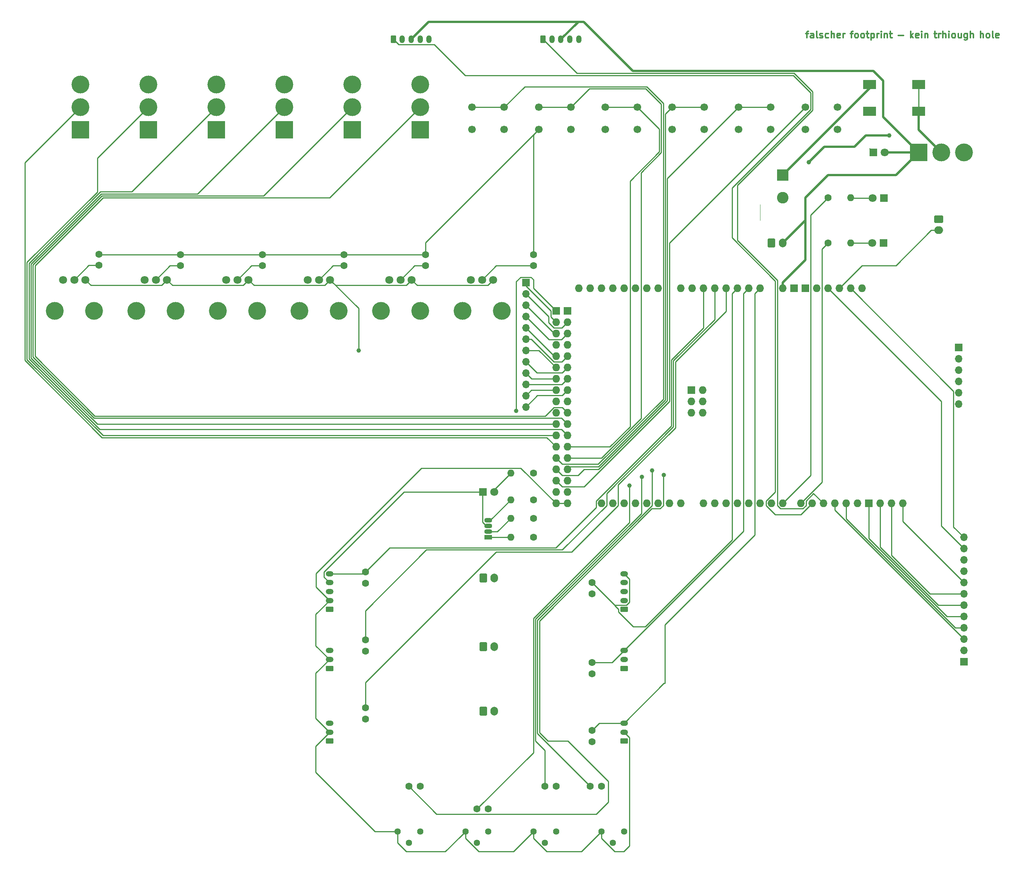
<source format=gbr>
%TF.GenerationSoftware,KiCad,Pcbnew,(7.0.0-0)*%
%TF.CreationDate,2024-03-29T02:07:55+01:00*%
%TF.ProjectId,universalRobotTx,756e6976-6572-4736-916c-526f626f7454,rev?*%
%TF.SameCoordinates,Original*%
%TF.FileFunction,Copper,L1,Top*%
%TF.FilePolarity,Positive*%
%FSLAX46Y46*%
G04 Gerber Fmt 4.6, Leading zero omitted, Abs format (unit mm)*
G04 Created by KiCad (PCBNEW (7.0.0-0)) date 2024-03-29 02:07:55*
%MOMM*%
%LPD*%
G01*
G04 APERTURE LIST*
G04 Aperture macros list*
%AMRoundRect*
0 Rectangle with rounded corners*
0 $1 Rounding radius*
0 $2 $3 $4 $5 $6 $7 $8 $9 X,Y pos of 4 corners*
0 Add a 4 corners polygon primitive as box body*
4,1,4,$2,$3,$4,$5,$6,$7,$8,$9,$2,$3,0*
0 Add four circle primitives for the rounded corners*
1,1,$1+$1,$2,$3*
1,1,$1+$1,$4,$5*
1,1,$1+$1,$6,$7*
1,1,$1+$1,$8,$9*
0 Add four rect primitives between the rounded corners*
20,1,$1+$1,$2,$3,$4,$5,0*
20,1,$1+$1,$4,$5,$6,$7,0*
20,1,$1+$1,$6,$7,$8,$9,0*
20,1,$1+$1,$8,$9,$2,$3,0*%
G04 Aperture macros list end*
%ADD10C,0.300000*%
%TA.AperFunction,NonConductor*%
%ADD11C,0.300000*%
%TD*%
%TA.AperFunction,ComponentPad*%
%ADD12R,1.700000X1.700000*%
%TD*%
%TA.AperFunction,ComponentPad*%
%ADD13O,1.700000X1.700000*%
%TD*%
%TA.AperFunction,ComponentPad*%
%ADD14O,1.727200X1.727200*%
%TD*%
%TA.AperFunction,ComponentPad*%
%ADD15R,1.727200X1.727200*%
%TD*%
%TA.AperFunction,ComponentPad*%
%ADD16R,4.000000X4.000000*%
%TD*%
%TA.AperFunction,ComponentPad*%
%ADD17C,4.000000*%
%TD*%
%TA.AperFunction,ComponentPad*%
%ADD18RoundRect,0.250000X-0.600000X-0.750000X0.600000X-0.750000X0.600000X0.750000X-0.600000X0.750000X0*%
%TD*%
%TA.AperFunction,ComponentPad*%
%ADD19O,1.700000X2.000000*%
%TD*%
%TA.AperFunction,ComponentPad*%
%ADD20RoundRect,0.250000X-0.750000X0.600000X-0.750000X-0.600000X0.750000X-0.600000X0.750000X0.600000X0*%
%TD*%
%TA.AperFunction,ComponentPad*%
%ADD21O,2.000000X1.700000*%
%TD*%
%TA.AperFunction,ComponentPad*%
%ADD22C,1.600000*%
%TD*%
%TA.AperFunction,ComponentPad*%
%ADD23O,1.600000X1.600000*%
%TD*%
%TA.AperFunction,ComponentPad*%
%ADD24R,2.600000X2.600000*%
%TD*%
%TA.AperFunction,ComponentPad*%
%ADD25C,2.600000*%
%TD*%
%TA.AperFunction,ComponentPad*%
%ADD26C,1.440000*%
%TD*%
%TA.AperFunction,WasherPad*%
%ADD27C,4.000000*%
%TD*%
%TA.AperFunction,ComponentPad*%
%ADD28C,1.800000*%
%TD*%
%TA.AperFunction,ComponentPad*%
%ADD29C,1.700000*%
%TD*%
%TA.AperFunction,ComponentPad*%
%ADD30R,1.800000X1.800000*%
%TD*%
%TA.AperFunction,ComponentPad*%
%ADD31R,1.800000X1.070000*%
%TD*%
%TA.AperFunction,ComponentPad*%
%ADD32O,1.800000X1.070000*%
%TD*%
%TA.AperFunction,ComponentPad*%
%ADD33O,1.750000X1.200000*%
%TD*%
%TA.AperFunction,ComponentPad*%
%ADD34RoundRect,0.250000X0.625000X-0.350000X0.625000X0.350000X-0.625000X0.350000X-0.625000X-0.350000X0*%
%TD*%
%TA.AperFunction,SMDPad,CuDef*%
%ADD35R,3.000000X2.000000*%
%TD*%
%TA.AperFunction,ComponentPad*%
%ADD36O,1.200000X1.750000*%
%TD*%
%TA.AperFunction,ComponentPad*%
%ADD37RoundRect,0.250000X-0.350000X-0.625000X0.350000X-0.625000X0.350000X0.625000X-0.350000X0.625000X0*%
%TD*%
%TA.AperFunction,ViaPad*%
%ADD38C,1.000000*%
%TD*%
%TA.AperFunction,Conductor*%
%ADD39C,0.250000*%
%TD*%
%TA.AperFunction,Conductor*%
%ADD40C,0.500000*%
%TD*%
%TA.AperFunction,Conductor*%
%ADD41C,0.000000*%
%TD*%
G04 APERTURE END LIST*
D10*
D11*
X-55737142Y6406428D02*
X-55165714Y6406428D01*
X-55522857Y5406428D02*
X-55522857Y6692142D01*
X-55522857Y6692142D02*
X-55451428Y6835000D01*
X-55451428Y6835000D02*
X-55308571Y6906428D01*
X-55308571Y6906428D02*
X-55165714Y6906428D01*
X-54022857Y5406428D02*
X-54022857Y6192142D01*
X-54022857Y6192142D02*
X-54094285Y6335000D01*
X-54094285Y6335000D02*
X-54237142Y6406428D01*
X-54237142Y6406428D02*
X-54522857Y6406428D01*
X-54522857Y6406428D02*
X-54665714Y6335000D01*
X-54022857Y5477857D02*
X-54165714Y5406428D01*
X-54165714Y5406428D02*
X-54522857Y5406428D01*
X-54522857Y5406428D02*
X-54665714Y5477857D01*
X-54665714Y5477857D02*
X-54737142Y5620714D01*
X-54737142Y5620714D02*
X-54737142Y5763571D01*
X-54737142Y5763571D02*
X-54665714Y5906428D01*
X-54665714Y5906428D02*
X-54522857Y5977857D01*
X-54522857Y5977857D02*
X-54165714Y5977857D01*
X-54165714Y5977857D02*
X-54022857Y6049285D01*
X-53094285Y5406428D02*
X-53237142Y5477857D01*
X-53237142Y5477857D02*
X-53308571Y5620714D01*
X-53308571Y5620714D02*
X-53308571Y6906428D01*
X-52594285Y5477857D02*
X-52451428Y5406428D01*
X-52451428Y5406428D02*
X-52165714Y5406428D01*
X-52165714Y5406428D02*
X-52022857Y5477857D01*
X-52022857Y5477857D02*
X-51951428Y5620714D01*
X-51951428Y5620714D02*
X-51951428Y5692142D01*
X-51951428Y5692142D02*
X-52022857Y5835000D01*
X-52022857Y5835000D02*
X-52165714Y5906428D01*
X-52165714Y5906428D02*
X-52380000Y5906428D01*
X-52380000Y5906428D02*
X-52522857Y5977857D01*
X-52522857Y5977857D02*
X-52594285Y6120714D01*
X-52594285Y6120714D02*
X-52594285Y6192142D01*
X-52594285Y6192142D02*
X-52522857Y6335000D01*
X-52522857Y6335000D02*
X-52380000Y6406428D01*
X-52380000Y6406428D02*
X-52165714Y6406428D01*
X-52165714Y6406428D02*
X-52022857Y6335000D01*
X-50665714Y5477857D02*
X-50808571Y5406428D01*
X-50808571Y5406428D02*
X-51094285Y5406428D01*
X-51094285Y5406428D02*
X-51237142Y5477857D01*
X-51237142Y5477857D02*
X-51308571Y5549285D01*
X-51308571Y5549285D02*
X-51379999Y5692142D01*
X-51379999Y5692142D02*
X-51379999Y6120714D01*
X-51379999Y6120714D02*
X-51308571Y6263571D01*
X-51308571Y6263571D02*
X-51237142Y6335000D01*
X-51237142Y6335000D02*
X-51094285Y6406428D01*
X-51094285Y6406428D02*
X-50808571Y6406428D01*
X-50808571Y6406428D02*
X-50665714Y6335000D01*
X-50022857Y5406428D02*
X-50022857Y6906428D01*
X-49380000Y5406428D02*
X-49380000Y6192142D01*
X-49380000Y6192142D02*
X-49451428Y6335000D01*
X-49451428Y6335000D02*
X-49594285Y6406428D01*
X-49594285Y6406428D02*
X-49808571Y6406428D01*
X-49808571Y6406428D02*
X-49951428Y6335000D01*
X-49951428Y6335000D02*
X-50022857Y6263571D01*
X-48094285Y5477857D02*
X-48237142Y5406428D01*
X-48237142Y5406428D02*
X-48522857Y5406428D01*
X-48522857Y5406428D02*
X-48665714Y5477857D01*
X-48665714Y5477857D02*
X-48737142Y5620714D01*
X-48737142Y5620714D02*
X-48737142Y6192142D01*
X-48737142Y6192142D02*
X-48665714Y6335000D01*
X-48665714Y6335000D02*
X-48522857Y6406428D01*
X-48522857Y6406428D02*
X-48237142Y6406428D01*
X-48237142Y6406428D02*
X-48094285Y6335000D01*
X-48094285Y6335000D02*
X-48022857Y6192142D01*
X-48022857Y6192142D02*
X-48022857Y6049285D01*
X-48022857Y6049285D02*
X-48737142Y5906428D01*
X-47380000Y5406428D02*
X-47380000Y6406428D01*
X-47380000Y6120714D02*
X-47308571Y6263571D01*
X-47308571Y6263571D02*
X-47237143Y6335000D01*
X-47237143Y6335000D02*
X-47094285Y6406428D01*
X-47094285Y6406428D02*
X-46951428Y6406428D01*
X-45765714Y6406428D02*
X-45194286Y6406428D01*
X-45551429Y5406428D02*
X-45551429Y6692142D01*
X-45551429Y6692142D02*
X-45480000Y6835000D01*
X-45480000Y6835000D02*
X-45337143Y6906428D01*
X-45337143Y6906428D02*
X-45194286Y6906428D01*
X-44480000Y5406428D02*
X-44622857Y5477857D01*
X-44622857Y5477857D02*
X-44694286Y5549285D01*
X-44694286Y5549285D02*
X-44765714Y5692142D01*
X-44765714Y5692142D02*
X-44765714Y6120714D01*
X-44765714Y6120714D02*
X-44694286Y6263571D01*
X-44694286Y6263571D02*
X-44622857Y6335000D01*
X-44622857Y6335000D02*
X-44480000Y6406428D01*
X-44480000Y6406428D02*
X-44265714Y6406428D01*
X-44265714Y6406428D02*
X-44122857Y6335000D01*
X-44122857Y6335000D02*
X-44051429Y6263571D01*
X-44051429Y6263571D02*
X-43980000Y6120714D01*
X-43980000Y6120714D02*
X-43980000Y5692142D01*
X-43980000Y5692142D02*
X-44051429Y5549285D01*
X-44051429Y5549285D02*
X-44122857Y5477857D01*
X-44122857Y5477857D02*
X-44265714Y5406428D01*
X-44265714Y5406428D02*
X-44480000Y5406428D01*
X-43122857Y5406428D02*
X-43265714Y5477857D01*
X-43265714Y5477857D02*
X-43337143Y5549285D01*
X-43337143Y5549285D02*
X-43408571Y5692142D01*
X-43408571Y5692142D02*
X-43408571Y6120714D01*
X-43408571Y6120714D02*
X-43337143Y6263571D01*
X-43337143Y6263571D02*
X-43265714Y6335000D01*
X-43265714Y6335000D02*
X-43122857Y6406428D01*
X-43122857Y6406428D02*
X-42908571Y6406428D01*
X-42908571Y6406428D02*
X-42765714Y6335000D01*
X-42765714Y6335000D02*
X-42694286Y6263571D01*
X-42694286Y6263571D02*
X-42622857Y6120714D01*
X-42622857Y6120714D02*
X-42622857Y5692142D01*
X-42622857Y5692142D02*
X-42694286Y5549285D01*
X-42694286Y5549285D02*
X-42765714Y5477857D01*
X-42765714Y5477857D02*
X-42908571Y5406428D01*
X-42908571Y5406428D02*
X-43122857Y5406428D01*
X-42194285Y6406428D02*
X-41622857Y6406428D01*
X-41980000Y6906428D02*
X-41980000Y5620714D01*
X-41980000Y5620714D02*
X-41908571Y5477857D01*
X-41908571Y5477857D02*
X-41765714Y5406428D01*
X-41765714Y5406428D02*
X-41622857Y5406428D01*
X-41122857Y6406428D02*
X-41122857Y4906428D01*
X-41122857Y6335000D02*
X-40980000Y6406428D01*
X-40980000Y6406428D02*
X-40694285Y6406428D01*
X-40694285Y6406428D02*
X-40551428Y6335000D01*
X-40551428Y6335000D02*
X-40480000Y6263571D01*
X-40480000Y6263571D02*
X-40408571Y6120714D01*
X-40408571Y6120714D02*
X-40408571Y5692142D01*
X-40408571Y5692142D02*
X-40480000Y5549285D01*
X-40480000Y5549285D02*
X-40551428Y5477857D01*
X-40551428Y5477857D02*
X-40694285Y5406428D01*
X-40694285Y5406428D02*
X-40980000Y5406428D01*
X-40980000Y5406428D02*
X-41122857Y5477857D01*
X-39765714Y5406428D02*
X-39765714Y6406428D01*
X-39765714Y6120714D02*
X-39694285Y6263571D01*
X-39694285Y6263571D02*
X-39622857Y6335000D01*
X-39622857Y6335000D02*
X-39479999Y6406428D01*
X-39479999Y6406428D02*
X-39337142Y6406428D01*
X-38837143Y5406428D02*
X-38837143Y6406428D01*
X-38837143Y6906428D02*
X-38908571Y6835000D01*
X-38908571Y6835000D02*
X-38837143Y6763571D01*
X-38837143Y6763571D02*
X-38765714Y6835000D01*
X-38765714Y6835000D02*
X-38837143Y6906428D01*
X-38837143Y6906428D02*
X-38837143Y6763571D01*
X-38122857Y6406428D02*
X-38122857Y5406428D01*
X-38122857Y6263571D02*
X-38051428Y6335000D01*
X-38051428Y6335000D02*
X-37908571Y6406428D01*
X-37908571Y6406428D02*
X-37694285Y6406428D01*
X-37694285Y6406428D02*
X-37551428Y6335000D01*
X-37551428Y6335000D02*
X-37480000Y6192142D01*
X-37480000Y6192142D02*
X-37480000Y5406428D01*
X-36979999Y6406428D02*
X-36408571Y6406428D01*
X-36765714Y6906428D02*
X-36765714Y5620714D01*
X-36765714Y5620714D02*
X-36694285Y5477857D01*
X-36694285Y5477857D02*
X-36551428Y5406428D01*
X-36551428Y5406428D02*
X-36408571Y5406428D01*
X-35008571Y5977857D02*
X-33865714Y5977857D01*
X-32251428Y5406428D02*
X-32251428Y6906428D01*
X-32108571Y5977857D02*
X-31679999Y5406428D01*
X-31679999Y6406428D02*
X-32251428Y5835000D01*
X-30465713Y5477857D02*
X-30608570Y5406428D01*
X-30608570Y5406428D02*
X-30894285Y5406428D01*
X-30894285Y5406428D02*
X-31037142Y5477857D01*
X-31037142Y5477857D02*
X-31108570Y5620714D01*
X-31108570Y5620714D02*
X-31108570Y6192142D01*
X-31108570Y6192142D02*
X-31037142Y6335000D01*
X-31037142Y6335000D02*
X-30894285Y6406428D01*
X-30894285Y6406428D02*
X-30608570Y6406428D01*
X-30608570Y6406428D02*
X-30465713Y6335000D01*
X-30465713Y6335000D02*
X-30394285Y6192142D01*
X-30394285Y6192142D02*
X-30394285Y6049285D01*
X-30394285Y6049285D02*
X-31108570Y5906428D01*
X-29751428Y5406428D02*
X-29751428Y6406428D01*
X-29751428Y6906428D02*
X-29822856Y6835000D01*
X-29822856Y6835000D02*
X-29751428Y6763571D01*
X-29751428Y6763571D02*
X-29679999Y6835000D01*
X-29679999Y6835000D02*
X-29751428Y6906428D01*
X-29751428Y6906428D02*
X-29751428Y6763571D01*
X-29037142Y6406428D02*
X-29037142Y5406428D01*
X-29037142Y6263571D02*
X-28965713Y6335000D01*
X-28965713Y6335000D02*
X-28822856Y6406428D01*
X-28822856Y6406428D02*
X-28608570Y6406428D01*
X-28608570Y6406428D02*
X-28465713Y6335000D01*
X-28465713Y6335000D02*
X-28394285Y6192142D01*
X-28394285Y6192142D02*
X-28394285Y5406428D01*
X-26994284Y6406428D02*
X-26422856Y6406428D01*
X-26779999Y6906428D02*
X-26779999Y5620714D01*
X-26779999Y5620714D02*
X-26708570Y5477857D01*
X-26708570Y5477857D02*
X-26565713Y5406428D01*
X-26565713Y5406428D02*
X-26422856Y5406428D01*
X-25922856Y5406428D02*
X-25922856Y6406428D01*
X-25922856Y6120714D02*
X-25851427Y6263571D01*
X-25851427Y6263571D02*
X-25779999Y6335000D01*
X-25779999Y6335000D02*
X-25637141Y6406428D01*
X-25637141Y6406428D02*
X-25494284Y6406428D01*
X-24994285Y5406428D02*
X-24994285Y6906428D01*
X-24351428Y5406428D02*
X-24351428Y6192142D01*
X-24351428Y6192142D02*
X-24422856Y6335000D01*
X-24422856Y6335000D02*
X-24565713Y6406428D01*
X-24565713Y6406428D02*
X-24779999Y6406428D01*
X-24779999Y6406428D02*
X-24922856Y6335000D01*
X-24922856Y6335000D02*
X-24994285Y6263571D01*
X-23637142Y5406428D02*
X-23637142Y6406428D01*
X-23637142Y6906428D02*
X-23708570Y6835000D01*
X-23708570Y6835000D02*
X-23637142Y6763571D01*
X-23637142Y6763571D02*
X-23565713Y6835000D01*
X-23565713Y6835000D02*
X-23637142Y6906428D01*
X-23637142Y6906428D02*
X-23637142Y6763571D01*
X-22708570Y5406428D02*
X-22851427Y5477857D01*
X-22851427Y5477857D02*
X-22922856Y5549285D01*
X-22922856Y5549285D02*
X-22994284Y5692142D01*
X-22994284Y5692142D02*
X-22994284Y6120714D01*
X-22994284Y6120714D02*
X-22922856Y6263571D01*
X-22922856Y6263571D02*
X-22851427Y6335000D01*
X-22851427Y6335000D02*
X-22708570Y6406428D01*
X-22708570Y6406428D02*
X-22494284Y6406428D01*
X-22494284Y6406428D02*
X-22351427Y6335000D01*
X-22351427Y6335000D02*
X-22279999Y6263571D01*
X-22279999Y6263571D02*
X-22208570Y6120714D01*
X-22208570Y6120714D02*
X-22208570Y5692142D01*
X-22208570Y5692142D02*
X-22279999Y5549285D01*
X-22279999Y5549285D02*
X-22351427Y5477857D01*
X-22351427Y5477857D02*
X-22494284Y5406428D01*
X-22494284Y5406428D02*
X-22708570Y5406428D01*
X-20922856Y6406428D02*
X-20922856Y5406428D01*
X-21565713Y6406428D02*
X-21565713Y5620714D01*
X-21565713Y5620714D02*
X-21494284Y5477857D01*
X-21494284Y5477857D02*
X-21351427Y5406428D01*
X-21351427Y5406428D02*
X-21137141Y5406428D01*
X-21137141Y5406428D02*
X-20994284Y5477857D01*
X-20994284Y5477857D02*
X-20922856Y5549285D01*
X-19565713Y6406428D02*
X-19565713Y5192142D01*
X-19565713Y5192142D02*
X-19637141Y5049285D01*
X-19637141Y5049285D02*
X-19708570Y4977857D01*
X-19708570Y4977857D02*
X-19851427Y4906428D01*
X-19851427Y4906428D02*
X-20065713Y4906428D01*
X-20065713Y4906428D02*
X-20208570Y4977857D01*
X-19565713Y5477857D02*
X-19708570Y5406428D01*
X-19708570Y5406428D02*
X-19994284Y5406428D01*
X-19994284Y5406428D02*
X-20137141Y5477857D01*
X-20137141Y5477857D02*
X-20208570Y5549285D01*
X-20208570Y5549285D02*
X-20279998Y5692142D01*
X-20279998Y5692142D02*
X-20279998Y6120714D01*
X-20279998Y6120714D02*
X-20208570Y6263571D01*
X-20208570Y6263571D02*
X-20137141Y6335000D01*
X-20137141Y6335000D02*
X-19994284Y6406428D01*
X-19994284Y6406428D02*
X-19708570Y6406428D01*
X-19708570Y6406428D02*
X-19565713Y6335000D01*
X-18851427Y5406428D02*
X-18851427Y6906428D01*
X-18208570Y5406428D02*
X-18208570Y6192142D01*
X-18208570Y6192142D02*
X-18279998Y6335000D01*
X-18279998Y6335000D02*
X-18422855Y6406428D01*
X-18422855Y6406428D02*
X-18637141Y6406428D01*
X-18637141Y6406428D02*
X-18779998Y6335000D01*
X-18779998Y6335000D02*
X-18851427Y6263571D01*
X-16594284Y5406428D02*
X-16594284Y6906428D01*
X-15951427Y5406428D02*
X-15951427Y6192142D01*
X-15951427Y6192142D02*
X-16022855Y6335000D01*
X-16022855Y6335000D02*
X-16165712Y6406428D01*
X-16165712Y6406428D02*
X-16379998Y6406428D01*
X-16379998Y6406428D02*
X-16522855Y6335000D01*
X-16522855Y6335000D02*
X-16594284Y6263571D01*
X-15022855Y5406428D02*
X-15165712Y5477857D01*
X-15165712Y5477857D02*
X-15237141Y5549285D01*
X-15237141Y5549285D02*
X-15308569Y5692142D01*
X-15308569Y5692142D02*
X-15308569Y6120714D01*
X-15308569Y6120714D02*
X-15237141Y6263571D01*
X-15237141Y6263571D02*
X-15165712Y6335000D01*
X-15165712Y6335000D02*
X-15022855Y6406428D01*
X-15022855Y6406428D02*
X-14808569Y6406428D01*
X-14808569Y6406428D02*
X-14665712Y6335000D01*
X-14665712Y6335000D02*
X-14594284Y6263571D01*
X-14594284Y6263571D02*
X-14522855Y6120714D01*
X-14522855Y6120714D02*
X-14522855Y5692142D01*
X-14522855Y5692142D02*
X-14594284Y5549285D01*
X-14594284Y5549285D02*
X-14665712Y5477857D01*
X-14665712Y5477857D02*
X-14808569Y5406428D01*
X-14808569Y5406428D02*
X-15022855Y5406428D01*
X-13665712Y5406428D02*
X-13808569Y5477857D01*
X-13808569Y5477857D02*
X-13879998Y5620714D01*
X-13879998Y5620714D02*
X-13879998Y6906428D01*
X-12522855Y5477857D02*
X-12665712Y5406428D01*
X-12665712Y5406428D02*
X-12951427Y5406428D01*
X-12951427Y5406428D02*
X-13094284Y5477857D01*
X-13094284Y5477857D02*
X-13165712Y5620714D01*
X-13165712Y5620714D02*
X-13165712Y6192142D01*
X-13165712Y6192142D02*
X-13094284Y6335000D01*
X-13094284Y6335000D02*
X-12951427Y6406428D01*
X-12951427Y6406428D02*
X-12665712Y6406428D01*
X-12665712Y6406428D02*
X-12522855Y6335000D01*
X-12522855Y6335000D02*
X-12451427Y6192142D01*
X-12451427Y6192142D02*
X-12451427Y6049285D01*
X-12451427Y6049285D02*
X-13165712Y5906428D01*
D12*
%TO.P,J13,1,Pin_1*%
%TO.N,unconnected-(J13-Pin_1-Pad1)*%
X-20319999Y-134619999D03*
D13*
%TO.P,J13,2,Pin_2*%
%TO.N,unconnected-(J13-Pin_2-Pad2)*%
X-20319999Y-132079999D03*
%TO.P,J13,3,Pin_3*%
%TO.N,D11*%
X-20319999Y-129539999D03*
%TO.P,J13,4,Pin_4*%
%TO.N,D12*%
X-20319999Y-126999999D03*
%TO.P,J13,5,Pin_5*%
%TO.N,GND*%
X-20319999Y-124459999D03*
%TO.P,J13,6,Pin_6*%
%TO.N,AREF*%
X-20319999Y-121919999D03*
%TO.P,J13,7,Pin_7*%
%TO.N,SDA*%
X-20319999Y-119379999D03*
%TO.P,J13,8,Pin_8*%
%TO.N,SCL*%
X-20319999Y-116839999D03*
%TO.P,J13,9,Pin_9*%
%TO.N,unconnected-(J13-Pin_9-Pad9)*%
X-20319999Y-114299999D03*
%TO.P,J13,10,Pin_10*%
%TO.N,unconnected-(J13-Pin_10-Pad10)*%
X-20319999Y-111759999D03*
%TO.P,J13,11,Pin_11*%
%TO.N,3V3*%
X-20319999Y-109219999D03*
%TO.P,J13,12,Pin_12*%
%TO.N,IORF*%
X-20319999Y-106679999D03*
%TD*%
D12*
%TO.P,J15,1,Pin_1*%
%TO.N,D53*%
X-118540514Y-49471853D03*
D13*
%TO.P,J15,2,Pin_2*%
%TO.N,D52*%
X-118540514Y-52011853D03*
%TO.P,J15,3,Pin_3*%
%TO.N,D51*%
X-118540514Y-54551853D03*
%TO.P,J15,4,Pin_4*%
%TO.N,D50*%
X-118540514Y-57091853D03*
%TO.P,J15,5,Pin_5*%
%TO.N,D47*%
X-118540514Y-59631853D03*
%TO.P,J15,6,Pin_6*%
%TO.N,D46*%
X-118540514Y-62171853D03*
%TO.P,J15,7,Pin_7*%
%TO.N,D45*%
X-118540514Y-64711853D03*
%TO.P,J15,8,Pin_8*%
%TO.N,D44*%
X-118540514Y-67251853D03*
%TO.P,J15,9,Pin_9*%
%TO.N,D43*%
X-118540514Y-69791853D03*
%TO.P,J15,10,Pin_10*%
%TO.N,D42*%
X-118540514Y-72331853D03*
%TO.P,J15,11,Pin_11*%
%TO.N,D41*%
X-118540514Y-74871853D03*
%TO.P,J15,12,Pin_12*%
%TO.N,D40*%
X-118540514Y-77411853D03*
%TD*%
D12*
%TO.P,J14,1,Pin_1*%
%TO.N,Net-(A1-SPI_GND)*%
X-21492353Y-64080078D03*
D13*
%TO.P,J14,2,Pin_2*%
%TO.N,Net-(A1-SPI_5V)*%
X-21492353Y-66620078D03*
%TO.P,J14,3,Pin_3*%
%TO.N,Net-(A1-SPI_RESET)*%
X-21492353Y-69160078D03*
%TO.P,J14,4,Pin_4*%
%TO.N,Net-(A1-SPI_SCK)*%
X-21492353Y-71700078D03*
%TO.P,J14,5,Pin_5*%
%TO.N,Net-(A1-SPI_MOSI)*%
X-21492353Y-74240078D03*
%TO.P,J14,6,Pin_6*%
%TO.N,Net-(A1-SPI_MISO)*%
X-21492353Y-76780078D03*
%TD*%
D14*
%TO.P,A1,VIN,VIN*%
%TO.N,7-12V*%
X-60959999Y-50799999D03*
%TO.P,A1,SDA,SDA*%
%TO.N,SDA*%
X-36575999Y-99059999D03*
%TO.P,A1,SCL,SCL*%
%TO.N,SCL*%
X-34035999Y-99059999D03*
%TO.P,A1,SCK,SPI_SCK*%
%TO.N,Net-(A1-SPI_SCK)*%
X-78866999Y-76199999D03*
%TO.P,A1,RST2,SPI_RESET*%
%TO.N,Net-(A1-SPI_RESET)*%
X-78866999Y-73659999D03*
%TO.P,A1,RST1,RESET*%
%TO.N,Net-(A1-RESET)*%
X-48259999Y-50799999D03*
%TO.P,A1,MOSI,SPI_MOSI*%
%TO.N,Net-(A1-SPI_MOSI)*%
X-81406999Y-76199999D03*
%TO.P,A1,MISO,SPI_MISO*%
%TO.N,Net-(A1-SPI_MISO)*%
X-78866999Y-78739999D03*
%TO.P,A1,IORF,IOREF*%
%TO.N,IORF*%
X-45719999Y-50799999D03*
D15*
%TO.P,A1,GND6,GND*%
%TO.N,GND*%
X-111759999Y-55879999D03*
%TO.P,A1,GND5,GND*%
X-109219999Y-55879999D03*
%TO.P,A1,GND4,SPI_GND*%
%TO.N,Net-(A1-SPI_GND)*%
X-81406999Y-73659999D03*
%TO.P,A1,GND3,GND*%
%TO.N,GND*%
X-58419999Y-50799999D03*
%TO.P,A1,GND2,GND*%
X-55879999Y-50799999D03*
%TO.P,A1,GND1,GND*%
X-41655999Y-99059999D03*
D14*
%TO.P,A1,D53,D53_CS*%
%TO.N,D53*%
X-111759999Y-58419999D03*
%TO.P,A1,D52,D52_SCK*%
%TO.N,D52*%
X-109219999Y-58419999D03*
%TO.P,A1,D51,D51_MOSI*%
%TO.N,D51*%
X-111759999Y-60959999D03*
%TO.P,A1,D50,D50_MISO*%
%TO.N,D50*%
X-109219999Y-60959999D03*
%TO.P,A1,D49,D49*%
%TO.N,D49*%
X-111759999Y-63499999D03*
%TO.P,A1,D48,D48*%
%TO.N,D48*%
X-109219999Y-63499999D03*
%TO.P,A1,D47,D47*%
%TO.N,D47*%
X-111759999Y-66039999D03*
%TO.P,A1,D46,D46*%
%TO.N,D46*%
X-109219999Y-66039999D03*
%TO.P,A1,D45,D45*%
%TO.N,D45*%
X-111759999Y-68579999D03*
%TO.P,A1,D44,D44*%
%TO.N,D44*%
X-109219999Y-68579999D03*
%TO.P,A1,D43,D43*%
%TO.N,D43*%
X-111759999Y-71119999D03*
%TO.P,A1,D42,D42*%
%TO.N,D42*%
X-109219999Y-71119999D03*
%TO.P,A1,D41,D41*%
%TO.N,D41*%
X-111759999Y-73659999D03*
%TO.P,A1,D40,D40*%
%TO.N,D40*%
X-109219999Y-73659999D03*
%TO.P,A1,D39,D39*%
%TO.N,D39*%
X-111759999Y-76199999D03*
%TO.P,A1,D38,D38*%
%TO.N,D38*%
X-109219999Y-76199999D03*
%TO.P,A1,D37,D37*%
%TO.N,D37*%
X-111759999Y-78739999D03*
%TO.P,A1,D36,D36*%
%TO.N,Net-(SW16-B)*%
X-109219999Y-78739999D03*
%TO.P,A1,D35,D35*%
%TO.N,Net-(SW17-B)*%
X-111759999Y-81279999D03*
%TO.P,A1,D34,D34*%
%TO.N,Net-(SW15-B)*%
X-109219999Y-81279999D03*
%TO.P,A1,D33,D33*%
%TO.N,Net-(SW14-B)*%
X-111759999Y-83819999D03*
%TO.P,A1,D32,D32*%
%TO.N,Net-(SW13-B)*%
X-109219999Y-83819999D03*
%TO.P,A1,D31,D31*%
%TO.N,Net-(SW1-B)*%
X-111759999Y-86359999D03*
%TO.P,A1,D30,D30*%
%TO.N,Net-(A1-PadD30)*%
X-109219999Y-86359999D03*
%TO.P,A1,D29,D29*%
%TO.N,Net-(A1-PadD29)*%
X-111759999Y-88899999D03*
%TO.P,A1,D28,D28*%
%TO.N,Net-(A1-PadD28)*%
X-109219999Y-88899999D03*
%TO.P,A1,D27,D27*%
%TO.N,Net-(A1-PadD27)*%
X-111759999Y-91439999D03*
%TO.P,A1,D26,D26*%
%TO.N,Net-(A1-PadD26)*%
X-109219999Y-91439999D03*
%TO.P,A1,D25,D25*%
%TO.N,Net-(A1-PadD25)*%
X-111759999Y-93979999D03*
%TO.P,A1,D24,D24*%
%TO.N,Net-(A1-PadD24)*%
X-109219999Y-93979999D03*
%TO.P,A1,D23,D23*%
%TO.N,Net-(A1-PadD23)*%
X-111759999Y-96519999D03*
%TO.P,A1,D22,D22*%
%TO.N,Net-(A1-PadD22)*%
X-109219999Y-96519999D03*
%TO.P,A1,D21,D21/SCL*%
%TO.N,unconnected-(A1-D21{slash}SCL-PadD21)*%
X-101599999Y-99059999D03*
%TO.P,A1,D20,D20/SDA*%
%TO.N,unconnected-(A1-D20{slash}SDA-PadD20)*%
X-99059999Y-99059999D03*
%TO.P,A1,D19,D19/RX1*%
%TO.N,unconnected-(A1-D19{slash}RX1-PadD19)*%
X-96519999Y-99059999D03*
%TO.P,A1,D18,D18/TX1*%
%TO.N,unconnected-(A1-D18{slash}TX1-PadD18)*%
X-93979999Y-99059999D03*
%TO.P,A1,D17,D17/RX2*%
%TO.N,unconnected-(A1-D17{slash}RX2-PadD17)*%
X-91439999Y-99059999D03*
%TO.P,A1,D16,D16/TX2*%
%TO.N,unconnected-(A1-D16{slash}TX2-PadD16)*%
X-88899999Y-99059999D03*
%TO.P,A1,D15,D15/RX3*%
%TO.N,unconnected-(A1-D15{slash}RX3-PadD15)*%
X-86359999Y-99059999D03*
%TO.P,A1,D14,D14/TX3*%
%TO.N,unconnected-(A1-D14{slash}TX3-PadD14)*%
X-83819999Y-99059999D03*
%TO.P,A1,D13,D13*%
%TO.N,Net-(A1-PadD13)*%
X-44195999Y-99059999D03*
%TO.P,A1,D12,D12*%
%TO.N,D12*%
X-46735999Y-99059999D03*
%TO.P,A1,D11,D11*%
%TO.N,D11*%
X-49275999Y-99059999D03*
%TO.P,A1,D10,D10*%
%TO.N,Net-(J5-Pin_1)*%
X-51815999Y-99059999D03*
%TO.P,A1,D9,D9*%
%TO.N,Net-(J4-Pin_1)*%
X-54355999Y-99059999D03*
%TO.P,A1,D8,D8*%
%TO.N,Net-(A1-PadD8)*%
X-56895999Y-99059999D03*
%TO.P,A1,D7,D7*%
%TO.N,Net-(A1-PadD7)*%
X-60959999Y-99059999D03*
%TO.P,A1,D6,D6*%
%TO.N,Net-(A1-PadD6)*%
X-63499999Y-99059999D03*
%TO.P,A1,D5,D5*%
%TO.N,Net-(A1-PadD5)*%
X-66039999Y-99059999D03*
%TO.P,A1,D4,D4*%
%TO.N,Net-(A1-PadD4)*%
X-68579999Y-99059999D03*
%TO.P,A1,D3,D3_INT1*%
%TO.N,D3*%
X-71119999Y-99059999D03*
%TO.P,A1,D2,D2_INT0*%
%TO.N,D2*%
X-73659999Y-99059999D03*
%TO.P,A1,D1,D1/TX0*%
%TO.N,unconnected-(A1-D1{slash}TX0-PadD1)*%
X-76199999Y-99059999D03*
%TO.P,A1,D0,D0/RX0*%
%TO.N,unconnected-(A1-D0{slash}RX0-PadD0)*%
X-78739999Y-99059999D03*
%TO.P,A1,AREF,AREF*%
%TO.N,AREF*%
X-39115999Y-99059999D03*
%TO.P,A1,A15,A15*%
%TO.N,Net-(A1-PadA15)*%
X-106679999Y-50799999D03*
%TO.P,A1,A14,A14*%
%TO.N,Net-(A1-PadA14)*%
X-104139999Y-50799999D03*
%TO.P,A1,A13,A13*%
%TO.N,Net-(A1-PadA13)*%
X-101599999Y-50799999D03*
%TO.P,A1,A12,A12*%
%TO.N,Net-(A1-PadA12)*%
X-99059999Y-50799999D03*
%TO.P,A1,A11,A11*%
%TO.N,Net-(A1-PadA11)*%
X-96519999Y-50799999D03*
%TO.P,A1,A10,A10*%
%TO.N,Net-(A1-PadA10)*%
X-93979999Y-50799999D03*
%TO.P,A1,A9,A9*%
%TO.N,Net-(A1-PadA9)*%
X-91439999Y-50799999D03*
%TO.P,A1,A8,A8*%
%TO.N,Net-(A1-PadA8)*%
X-88899999Y-50799999D03*
%TO.P,A1,A7,A7*%
%TO.N,Net-(A1-PadA7)*%
X-83819999Y-50799999D03*
%TO.P,A1,A6,A6*%
%TO.N,Net-(A1-PadA6)*%
X-81279999Y-50799999D03*
%TO.P,A1,A5,A5*%
%TO.N,Net-(J1-Pin_5)*%
X-78739999Y-50799999D03*
%TO.P,A1,A4,A4*%
%TO.N,Net-(J9-Pin_3)*%
X-76199999Y-50799999D03*
%TO.P,A1,A3,A3*%
%TO.N,Net-(J8-Pin_3)*%
X-73659999Y-50799999D03*
%TO.P,A1,A2,A2*%
%TO.N,Net-(J2-Pin_5)*%
X-71119999Y-50799999D03*
%TO.P,A1,A1,A1*%
%TO.N,Net-(J6-Pin_3)*%
X-68579999Y-50799999D03*
%TO.P,A1,A0,A0*%
%TO.N,Net-(J7-Pin_3)*%
X-66039999Y-50799999D03*
%TO.P,A1,5V4,5V*%
%TO.N,5V*%
X-111759999Y-99059999D03*
%TO.P,A1,5V3,5V*%
X-109219999Y-99059999D03*
%TO.P,A1,5V2,SPI_5V*%
%TO.N,Net-(A1-SPI_5V)*%
X-81406999Y-78739999D03*
%TO.P,A1,5V1,5V*%
%TO.N,5V*%
X-53339999Y-50799999D03*
%TO.P,A1,3V3,3.3V*%
%TO.N,3V3*%
X-50799999Y-50799999D03*
%TO.P,A1,*%
%TO.N,*%
X-43179999Y-50799999D03*
%TD*%
D16*
%TO.P,SW17,1,A*%
%TO.N,GND*%
X-172719999Y-15239999D03*
D17*
%TO.P,SW17,2,B*%
%TO.N,Net-(SW17-B)*%
X-172720000Y-10160000D03*
%TO.P,SW17,3,C*%
%TO.N,unconnected-(SW17-C-Pad3)*%
X-172720000Y-5080000D03*
%TD*%
%TO.P,SW16,3,C*%
%TO.N,unconnected-(SW16-C-Pad3)*%
X-142240000Y-5080000D03*
%TO.P,SW16,2,B*%
%TO.N,Net-(SW16-B)*%
X-142240000Y-10160000D03*
D16*
%TO.P,SW16,1,A*%
%TO.N,GND*%
X-142239999Y-15239999D03*
%TD*%
%TO.P,SW15,1,A*%
%TO.N,GND*%
X-157479999Y-15239999D03*
D17*
%TO.P,SW15,2,B*%
%TO.N,Net-(SW15-B)*%
X-157480000Y-10160000D03*
%TO.P,SW15,3,C*%
%TO.N,unconnected-(SW15-C-Pad3)*%
X-157480000Y-5080000D03*
%TD*%
D16*
%TO.P,SW14,1,A*%
%TO.N,GND*%
X-203199999Y-15239999D03*
D17*
%TO.P,SW14,2,B*%
%TO.N,Net-(SW14-B)*%
X-203200000Y-10160000D03*
%TO.P,SW14,3,C*%
%TO.N,unconnected-(SW14-C-Pad3)*%
X-203200000Y-5080000D03*
%TD*%
D16*
%TO.P,SW13,1,A*%
%TO.N,GND*%
X-187959999Y-15239999D03*
D17*
%TO.P,SW13,2,B*%
%TO.N,Net-(SW13-B)*%
X-187960000Y-10160000D03*
%TO.P,SW13,3,C*%
%TO.N,unconnected-(SW13-C-Pad3)*%
X-187960000Y-5080000D03*
%TD*%
D16*
%TO.P,SW1,1,A*%
%TO.N,GND*%
X-218439999Y-15239999D03*
D17*
%TO.P,SW1,2,B*%
%TO.N,Net-(SW1-B)*%
X-218440000Y-10160000D03*
%TO.P,SW1,3,C*%
%TO.N,unconnected-(SW1-C-Pad3)*%
X-218440000Y-5080000D03*
%TD*%
D18*
%TO.P,SW5,1,1*%
%TO.N,Net-(A1-PadD24)*%
X-128080429Y-145661307D03*
D19*
%TO.P,SW5,2,2*%
%TO.N,GND*%
X-125580428Y-145661306D03*
%TD*%
D18*
%TO.P,SW4,1,1*%
%TO.N,Net-(A1-PadD23)*%
X-128080429Y-131199771D03*
D19*
%TO.P,SW4,2,2*%
%TO.N,GND*%
X-125580428Y-131199770D03*
%TD*%
D18*
%TO.P,SW3,1,1*%
%TO.N,Net-(A1-PadD22)*%
X-128080429Y-115761307D03*
D19*
%TO.P,SW3,2,2*%
%TO.N,GND*%
X-125580428Y-115761306D03*
%TD*%
D20*
%TO.P,SW6,1,1*%
%TO.N,GND*%
X-25999730Y-35277234D03*
D21*
%TO.P,SW6,2,2*%
%TO.N,Net-(A1-RESET)*%
X-25999729Y-37777233D03*
%TD*%
D22*
%TO.P,R6,1*%
%TO.N,Net-(A1-PadD13)*%
X-116840000Y-92249283D03*
D23*
%TO.P,R6,2*%
%TO.N,Net-(D1-A)*%
X-121919999Y-92249282D03*
%TD*%
D22*
%TO.P,R5,1*%
%TO.N,Net-(A1-PadD8)*%
X-50800000Y-40640000D03*
D23*
%TO.P,R5,2*%
%TO.N,Net-(D4-A)*%
X-45719999Y-40639999D03*
%TD*%
%TO.P,R4,2*%
%TO.N,Net-(D2-BK)*%
X-121918787Y-98260331D03*
D22*
%TO.P,R4,1*%
%TO.N,Net-(A1-PadD6)*%
X-116838788Y-98260332D03*
%TD*%
%TO.P,R3,1*%
%TO.N,Net-(A1-PadD5)*%
X-116840000Y-102409283D03*
D23*
%TO.P,R3,2*%
%TO.N,Net-(D2-GK)*%
X-121919999Y-102409282D03*
%TD*%
%TO.P,R2,2*%
%TO.N,Net-(D2-RK)*%
X-121919999Y-106679999D03*
D22*
%TO.P,R2,1*%
%TO.N,Net-(A1-PadD4)*%
X-116840000Y-106680000D03*
%TD*%
%TO.P,R1,1*%
%TO.N,Net-(A1-PadD7)*%
X-50800000Y-30480000D03*
D23*
%TO.P,R1,2*%
%TO.N,Net-(D3-A)*%
X-45719999Y-30479999D03*
%TD*%
D24*
%TO.P,J3,1,Pin_1*%
%TO.N,Net-(J3-Pin_1)*%
X-60959999Y-25399999D03*
D25*
%TO.P,J3,2,Pin_2*%
%TO.N,Net-(J3-Pin_2)*%
X-60960000Y-30480000D03*
%TD*%
D26*
%TO.P,RV13,1,1*%
%TO.N,GND*%
X-127000000Y-172720000D03*
%TO.P,RV13,2,2*%
%TO.N,Net-(A1-PadA15)*%
X-129540000Y-175260000D03*
%TO.P,RV13,3,3*%
%TO.N,5V*%
X-132080000Y-172720000D03*
%TD*%
%TO.P,RV12,1,1*%
%TO.N,GND*%
X-111760000Y-172720000D03*
%TO.P,RV12,2,2*%
%TO.N,Net-(A1-PadA14)*%
X-114300000Y-175260000D03*
%TO.P,RV12,3,3*%
%TO.N,5V*%
X-116840000Y-172720000D03*
%TD*%
%TO.P,RV11,1,1*%
%TO.N,GND*%
X-96520000Y-172720000D03*
%TO.P,RV11,2,2*%
%TO.N,Net-(A1-PadA13)*%
X-99060000Y-175260000D03*
%TO.P,RV11,3,3*%
%TO.N,5V*%
X-101600000Y-172720000D03*
%TD*%
%TO.P,RV7,1,1*%
%TO.N,GND*%
X-142240000Y-172720000D03*
%TO.P,RV7,2,2*%
%TO.N,Net-(A1-PadA12)*%
X-144780000Y-175260000D03*
%TO.P,RV7,3,3*%
%TO.N,5V*%
X-147320000Y-172720000D03*
%TD*%
D27*
%TO.P,RV6,*%
%TO.N,*%
X-123952000Y-55880000D03*
X-132752000Y-55880000D03*
D28*
%TO.P,RV6,1,1*%
%TO.N,GND*%
X-130852000Y-48880000D03*
%TO.P,RV6,2,2*%
%TO.N,Net-(A1-PadA11)*%
X-128352000Y-48880000D03*
%TO.P,RV6,3,3*%
%TO.N,5V*%
X-125852000Y-48880000D03*
%TD*%
D27*
%TO.P,RV5,*%
%TO.N,*%
X-142240000Y-55880000D03*
X-151040000Y-55880000D03*
D28*
%TO.P,RV5,1,1*%
%TO.N,GND*%
X-149140000Y-48880000D03*
%TO.P,RV5,2,2*%
%TO.N,Net-(A1-PadA10)*%
X-146640000Y-48880000D03*
%TO.P,RV5,3,3*%
%TO.N,5V*%
X-144140000Y-48880000D03*
%TD*%
D27*
%TO.P,RV4,*%
%TO.N,*%
X-160528000Y-55880000D03*
X-169328000Y-55880000D03*
D28*
%TO.P,RV4,1,1*%
%TO.N,GND*%
X-167428000Y-48880000D03*
%TO.P,RV4,2,2*%
%TO.N,Net-(A1-PadA9)*%
X-164928000Y-48880000D03*
%TO.P,RV4,3,3*%
%TO.N,5V*%
X-162428000Y-48880000D03*
%TD*%
D27*
%TO.P,RV3,*%
%TO.N,*%
X-178816000Y-55880000D03*
X-187616000Y-55880000D03*
D28*
%TO.P,RV3,1,1*%
%TO.N,GND*%
X-185716000Y-48880000D03*
%TO.P,RV3,2,2*%
%TO.N,Net-(A1-PadA8)*%
X-183216000Y-48880000D03*
%TO.P,RV3,3,3*%
%TO.N,5V*%
X-180716000Y-48880000D03*
%TD*%
D27*
%TO.P,RV2,*%
%TO.N,*%
X-197104000Y-55880000D03*
X-205904000Y-55880000D03*
D28*
%TO.P,RV2,1,1*%
%TO.N,GND*%
X-204004000Y-48880000D03*
%TO.P,RV2,2,2*%
%TO.N,Net-(A1-PadA7)*%
X-201504000Y-48880000D03*
%TO.P,RV2,3,3*%
%TO.N,5V*%
X-199004000Y-48880000D03*
%TD*%
%TO.P,RV1,3,3*%
%TO.N,5V*%
X-217292000Y-48880000D03*
%TO.P,RV1,2,2*%
%TO.N,Net-(A1-PadA6)*%
X-219792000Y-48880000D03*
%TO.P,RV1,1,1*%
%TO.N,GND*%
X-222292000Y-48880000D03*
D27*
%TO.P,RV1,*%
%TO.N,*%
X-224192000Y-55880000D03*
X-215392000Y-55880000D03*
%TD*%
D29*
%TO.P,SW2,3*%
%TO.N,N/C*%
X-48680000Y-15160000D03*
%TO.P,SW2,2,2*%
%TO.N,GND*%
X-55880000Y-15160000D03*
%TO.P,SW2,1,1*%
%TO.N,Net-(A1-PadD25)*%
X-48680000Y-10160000D03*
X-55880000Y-10160000D03*
%TD*%
D28*
%TO.P,D3,2,A*%
%TO.N,Net-(D3-A)*%
X-40818345Y-30571326D03*
D30*
%TO.P,D3,1,K*%
%TO.N,GND*%
X-38278344Y-30571325D03*
%TD*%
D31*
%TO.P,D2,1,RK*%
%TO.N,Net-(D2-RK)*%
X-126999999Y-106679999D03*
D32*
%TO.P,D2,2,GK*%
%TO.N,Net-(D2-GK)*%
X-126999999Y-105409999D03*
%TO.P,D2,3,A*%
%TO.N,GND*%
X-126999999Y-104139999D03*
%TO.P,D2,4,BK*%
%TO.N,Net-(D2-BK)*%
X-126999999Y-102869999D03*
%TD*%
D29*
%TO.P,SW11,3*%
%TO.N,N/C*%
X-123379332Y-15123047D03*
%TO.P,SW11,2,2*%
%TO.N,GND*%
X-130579332Y-15123047D03*
%TO.P,SW11,1,1*%
%TO.N,Net-(A1-PadD29)*%
X-123379332Y-10123047D03*
X-130579332Y-10123047D03*
%TD*%
D22*
%TO.P,C3,1*%
%TO.N,Net-(J2-Pin_5)*%
X-103703118Y-116840000D03*
%TO.P,C3,2*%
%TO.N,GND*%
X-103703118Y-119340000D03*
%TD*%
D30*
%TO.P,D4,1,K*%
%TO.N,GND*%
X-38308868Y-40639999D03*
D28*
%TO.P,D4,2,A*%
%TO.N,Net-(D4-A)*%
X-40848869Y-40640000D03*
%TD*%
D29*
%TO.P,SW8,1,1*%
%TO.N,Net-(A1-PadD26)*%
X-85759734Y-10160000D03*
X-78559734Y-10160000D03*
%TO.P,SW8,2,2*%
%TO.N,GND*%
X-85759734Y-15160000D03*
%TO.P,SW8,3*%
%TO.N,N/C*%
X-78559734Y-15160000D03*
%TD*%
D33*
%TO.P,J7,3,Pin_3*%
%TO.N,Net-(J7-Pin_3)*%
X-96519999Y-148399999D03*
%TO.P,J7,2,Pin_2*%
%TO.N,5V*%
X-96519999Y-150399999D03*
D34*
%TO.P,J7,1,Pin_1*%
%TO.N,GND*%
X-96520000Y-152400000D03*
%TD*%
%TO.P,J2,1,Pin_1*%
%TO.N,GND*%
X-96520000Y-122840000D03*
D33*
%TO.P,J2,2,Pin_2*%
%TO.N,5V*%
X-96519999Y-120839999D03*
%TO.P,J2,3,Pin_3*%
%TO.N,D49*%
X-96519999Y-118839999D03*
%TO.P,J2,4,Pin_4*%
%TO.N,GND*%
X-96519999Y-116839999D03*
%TO.P,J2,5,Pin_5*%
%TO.N,Net-(J2-Pin_5)*%
X-96519999Y-114839999D03*
%TD*%
D34*
%TO.P,J9,1,Pin_1*%
%TO.N,GND*%
X-162560000Y-136080000D03*
D33*
%TO.P,J9,2,Pin_2*%
%TO.N,5V*%
X-162559999Y-134079999D03*
%TO.P,J9,3,Pin_3*%
%TO.N,Net-(J9-Pin_3)*%
X-162559999Y-132079999D03*
%TD*%
D29*
%TO.P,SW10,3*%
%TO.N,N/C*%
X-108439466Y-15160000D03*
%TO.P,SW10,2,2*%
%TO.N,GND*%
X-115639466Y-15160000D03*
%TO.P,SW10,1,1*%
%TO.N,Net-(A1-PadD28)*%
X-108439466Y-10160000D03*
X-115639466Y-10160000D03*
%TD*%
D18*
%TO.P,J11,1,Pin_1*%
%TO.N,GND*%
X-63460000Y-40640000D03*
D19*
%TO.P,J11,2,Pin_2*%
%TO.N,7-12V*%
X-60959999Y-40639999D03*
%TD*%
D28*
%TO.P,D5,2,A*%
%TO.N,7-12V*%
X-38100000Y-20320000D03*
D30*
%TO.P,D5,1,K*%
%TO.N,GND*%
X-40639999Y-20319999D03*
%TD*%
D35*
%TO.P,J12,3*%
%TO.N,Net-(J3-Pin_1)*%
X-41479999Y-5079999D03*
%TO.P,J12,2*%
%TO.N,GND*%
X-41479999Y-11079999D03*
%TO.P,J12,1*%
%TO.N,Net-(J3-Pin_2)*%
X-30479999Y-11079999D03*
X-30479999Y-5079999D03*
%TD*%
D22*
%TO.P,C17,2*%
%TO.N,GND*%
X-101600000Y-162560000D03*
%TO.P,C17,1*%
%TO.N,Net-(A1-PadA13)*%
X-104100000Y-162560000D03*
%TD*%
%TO.P,C2,1*%
%TO.N,Net-(J6-Pin_3)*%
X-103703118Y-134781657D03*
%TO.P,C2,2*%
%TO.N,GND*%
X-103703118Y-137281657D03*
%TD*%
%TO.P,C12,1*%
%TO.N,Net-(A1-PadA11)*%
X-116840000Y-45720000D03*
%TO.P,C12,2*%
%TO.N,GND*%
X-116840000Y-43220000D03*
%TD*%
D34*
%TO.P,J1,1,Pin_1*%
%TO.N,GND*%
X-162560000Y-122840000D03*
D33*
%TO.P,J1,2,Pin_2*%
%TO.N,5V*%
X-162559999Y-120839999D03*
%TO.P,J1,3,Pin_3*%
%TO.N,D48*%
X-162559999Y-118839999D03*
%TO.P,J1,4,Pin_4*%
%TO.N,GND*%
X-162559999Y-116839999D03*
%TO.P,J1,5,Pin_5*%
%TO.N,Net-(J1-Pin_5)*%
X-162559999Y-114839999D03*
%TD*%
D29*
%TO.P,SW9,3*%
%TO.N,N/C*%
X-63619868Y-15160000D03*
%TO.P,SW9,2,2*%
%TO.N,GND*%
X-70819868Y-15160000D03*
%TO.P,SW9,1,1*%
%TO.N,Net-(A1-PadD27)*%
X-63619868Y-10160000D03*
X-70819868Y-10160000D03*
%TD*%
D22*
%TO.P,C5,1*%
%TO.N,Net-(J9-Pin_3)*%
X-154503118Y-129701657D03*
%TO.P,C5,2*%
%TO.N,GND*%
X-154503118Y-132201657D03*
%TD*%
%TO.P,C8,1*%
%TO.N,Net-(A1-PadA7)*%
X-195936020Y-45720000D03*
%TO.P,C8,2*%
%TO.N,GND*%
X-195936020Y-43220000D03*
%TD*%
%TO.P,C18,1*%
%TO.N,Net-(A1-PadA14)*%
X-114260000Y-162560000D03*
%TO.P,C18,2*%
%TO.N,GND*%
X-111760000Y-162560000D03*
%TD*%
%TO.P,C7,1*%
%TO.N,Net-(A1-PadA6)*%
X-214234683Y-45649417D03*
%TO.P,C7,2*%
%TO.N,GND*%
X-214234683Y-43149417D03*
%TD*%
%TO.P,C19,1*%
%TO.N,Net-(A1-PadA15)*%
X-129500000Y-167640000D03*
%TO.P,C19,2*%
%TO.N,GND*%
X-127000000Y-167640000D03*
%TD*%
D17*
%TO.P,SW7,3,C*%
%TO.N,unconnected-(SW7-C-Pad3)*%
X-20320000Y-20320000D03*
%TO.P,SW7,2,B*%
%TO.N,Net-(J3-Pin_2)*%
X-25400000Y-20320000D03*
D16*
%TO.P,SW7,1,A*%
%TO.N,7-12V*%
X-30479999Y-20319999D03*
%TD*%
D22*
%TO.P,C13,2*%
%TO.N,GND*%
X-142240000Y-162560000D03*
%TO.P,C13,1*%
%TO.N,Net-(A1-PadA12)*%
X-144740000Y-162560000D03*
%TD*%
%TO.P,C4,1*%
%TO.N,Net-(J8-Pin_3)*%
X-154503118Y-144941657D03*
%TO.P,C4,2*%
%TO.N,GND*%
X-154503118Y-147441657D03*
%TD*%
%TO.P,C6,2*%
%TO.N,GND*%
X-154503118Y-116961657D03*
%TO.P,C6,1*%
%TO.N,Net-(J1-Pin_5)*%
X-154503118Y-114461657D03*
%TD*%
D34*
%TO.P,J8,1,Pin_1*%
%TO.N,GND*%
X-162560000Y-152400000D03*
D33*
%TO.P,J8,2,Pin_2*%
%TO.N,5V*%
X-162559999Y-150399999D03*
%TO.P,J8,3,Pin_3*%
%TO.N,Net-(J8-Pin_3)*%
X-162559999Y-148399999D03*
%TD*%
D36*
%TO.P,J4,5,Pin_5*%
%TO.N,unconnected-(J4-Pin_5-Pad5)*%
X-140239999Y5079999D03*
%TO.P,J4,4,Pin_4*%
%TO.N,GND*%
X-142239999Y5079999D03*
%TO.P,J4,3,Pin_3*%
%TO.N,7-12V*%
X-144239999Y5079999D03*
%TO.P,J4,2,Pin_2*%
%TO.N,unconnected-(J4-Pin_2-Pad2)*%
X-146239999Y5079999D03*
D37*
%TO.P,J4,1,Pin_1*%
%TO.N,Net-(J4-Pin_1)*%
X-148240000Y5080000D03*
%TD*%
D30*
%TO.P,D1,1,K*%
%TO.N,GND*%
X-128194297Y-96519999D03*
D28*
%TO.P,D1,2,A*%
%TO.N,Net-(D1-A)*%
X-125654298Y-96520000D03*
%TD*%
D22*
%TO.P,C11,2*%
%TO.N,GND*%
X-141040028Y-43235024D03*
%TO.P,C11,1*%
%TO.N,Net-(A1-PadA10)*%
X-141040028Y-45735024D03*
%TD*%
%TO.P,C1,1*%
%TO.N,Net-(J7-Pin_3)*%
X-103703118Y-150021657D03*
%TO.P,C1,2*%
%TO.N,GND*%
X-103703118Y-152521657D03*
%TD*%
D37*
%TO.P,J5,1,Pin_1*%
%TO.N,Net-(J5-Pin_1)*%
X-114680000Y5080000D03*
D36*
%TO.P,J5,2,Pin_2*%
%TO.N,unconnected-(J5-Pin_2-Pad2)*%
X-112679999Y5079999D03*
%TO.P,J5,3,Pin_3*%
%TO.N,7-12V*%
X-110679999Y5079999D03*
%TO.P,J5,4,Pin_4*%
%TO.N,GND*%
X-108679999Y5079999D03*
%TO.P,J5,5,Pin_5*%
%TO.N,unconnected-(J5-Pin_5-Pad5)*%
X-106679999Y5079999D03*
%TD*%
D29*
%TO.P,SW12,3*%
%TO.N,N/C*%
X-93499600Y-15160000D03*
%TO.P,SW12,2,2*%
%TO.N,GND*%
X-100699600Y-15160000D03*
%TO.P,SW12,1,1*%
%TO.N,Net-(A1-PadD30)*%
X-93499600Y-10160000D03*
X-100699600Y-10160000D03*
%TD*%
D22*
%TO.P,C10,1*%
%TO.N,Net-(A1-PadA9)*%
X-159338694Y-45720000D03*
%TO.P,C10,2*%
%TO.N,GND*%
X-159338694Y-43220000D03*
%TD*%
D34*
%TO.P,J6,1,Pin_1*%
%TO.N,GND*%
X-96520000Y-136080000D03*
D33*
%TO.P,J6,2,Pin_2*%
%TO.N,5V*%
X-96519999Y-134079999D03*
%TO.P,J6,3,Pin_3*%
%TO.N,Net-(J6-Pin_3)*%
X-96519999Y-132079999D03*
%TD*%
D22*
%TO.P,C9,1*%
%TO.N,Net-(A1-PadA8)*%
X-177637357Y-45720000D03*
%TO.P,C9,2*%
%TO.N,GND*%
X-177637357Y-43220000D03*
%TD*%
D38*
%TO.N,Net-(J3-Pin_2)*%
X-30415149Y-5112314D03*
%TO.N,GND*%
X-41498132Y-11063852D03*
X-120693615Y-78290373D03*
%TO.N,5V*%
X-156015566Y-64755739D03*
%TO.N,Net-(A1-PadA12)*%
X-87605681Y-92656315D03*
%TO.N,Net-(A1-PadA13)*%
X-90208382Y-91644154D03*
%TO.N,Net-(A1-PadA14)*%
X-92521894Y-93090099D03*
%TO.N,Net-(A1-PadA15)*%
X-95320039Y-95066223D03*
%TO.N,Net-(J3-Pin_2)*%
X-37081308Y-16502422D03*
X-55110698Y-22533159D03*
%TD*%
D39*
%TO.N,Net-(A1-PadD8)*%
X-50800000Y-40640000D02*
X-52124933Y-41964933D01*
X-52124933Y-41964933D02*
X-52124933Y-94288933D01*
X-52124933Y-94288933D02*
X-56896000Y-99060000D01*
%TO.N,IORF*%
X-45720000Y-50800000D02*
X-22667354Y-73852646D01*
X-22667354Y-73852646D02*
X-22667354Y-104332646D01*
X-22667354Y-104332646D02*
X-20320000Y-106680000D01*
%TO.N,3V3*%
X-50800000Y-50800000D02*
X-25400000Y-76200000D01*
X-25400000Y-76200000D02*
X-25400000Y-104140000D01*
X-25400000Y-104140000D02*
X-20320000Y-109220000D01*
%TO.N,D11*%
X-49276000Y-99060000D02*
X-49276000Y-100589584D01*
X-49276000Y-100589584D02*
X-20325584Y-129540000D01*
X-20325584Y-129540000D02*
X-20320000Y-129540000D01*
%TO.N,D12*%
X-46736000Y-99060000D02*
X-46736000Y-102493188D01*
X-46736000Y-102493188D02*
X-22229188Y-127000000D01*
X-22229188Y-127000000D02*
X-20320000Y-127000000D01*
%TO.N,GND*%
X-41656000Y-99060000D02*
X-41656000Y-106936792D01*
X-41656000Y-106936792D02*
X-24132792Y-124460000D01*
X-24132792Y-124460000D02*
X-20320000Y-124460000D01*
%TO.N,AREF*%
X-39116000Y-99060000D02*
X-39116000Y-108840396D01*
X-39116000Y-108840396D02*
X-26036396Y-121920000D01*
X-26036396Y-121920000D02*
X-20320000Y-121920000D01*
%TO.N,SDA*%
X-36576000Y-99060000D02*
X-36576000Y-110744000D01*
X-36576000Y-110744000D02*
X-27940000Y-119380000D01*
X-27940000Y-119380000D02*
X-20320000Y-119380000D01*
%TO.N,SCL*%
X-34036000Y-99060000D02*
X-34036000Y-103124000D01*
X-34036000Y-103124000D02*
X-20320000Y-116840000D01*
%TO.N,D52*%
X-118540515Y-52011854D02*
X-113398600Y-57153769D01*
X-113398600Y-57153769D02*
X-113398600Y-58462335D01*
X-113398600Y-58462335D02*
X-112204549Y-59656386D01*
X-112204549Y-59656386D02*
X-110456386Y-59656386D01*
X-110456386Y-59656386D02*
X-109220000Y-58420000D01*
%TO.N,D51*%
X-118540515Y-54551854D02*
X-112132369Y-60960000D01*
X-112132369Y-60960000D02*
X-111760000Y-60960000D01*
%TO.N,D50*%
X-118540515Y-57091854D02*
X-113320969Y-62311400D01*
X-113320969Y-62311400D02*
X-110571400Y-62311400D01*
X-110571400Y-62311400D02*
X-109220000Y-60960000D01*
%TO.N,D47*%
X-118540515Y-59631854D02*
X-112132369Y-66040000D01*
X-112132369Y-66040000D02*
X-111760000Y-66040000D01*
%TO.N,D46*%
X-118540515Y-62171854D02*
X-117309081Y-62171854D01*
X-110435063Y-67255063D02*
X-109220000Y-66040000D01*
X-117309081Y-62171854D02*
X-112225872Y-67255063D01*
X-112225872Y-67255063D02*
X-110435063Y-67255063D01*
%TO.N,D45*%
X-118540515Y-64711854D02*
X-115628146Y-64711854D01*
X-115628146Y-64711854D02*
X-111760000Y-68580000D01*
%TO.N,D44*%
X-118540515Y-67251854D02*
X-116023769Y-69768600D01*
X-116023769Y-69768600D02*
X-110408600Y-69768600D01*
X-110408600Y-69768600D02*
X-109220000Y-68580000D01*
%TO.N,D43*%
X-118540515Y-69791854D02*
X-117212369Y-71120000D01*
X-117212369Y-71120000D02*
X-111760000Y-71120000D01*
%TO.N,D42*%
X-118540515Y-72331854D02*
X-110431854Y-72331854D01*
X-110431854Y-72331854D02*
X-109220000Y-71120000D01*
%TO.N,D41*%
X-118540515Y-74871854D02*
X-117328661Y-73660000D01*
X-117328661Y-73660000D02*
X-111760000Y-73660000D01*
%TO.N,D40*%
X-118540515Y-77411854D02*
X-115977261Y-74848600D01*
X-115977261Y-74848600D02*
X-110408600Y-74848600D01*
X-110408600Y-74848600D02*
X-109220000Y-73660000D01*
%TO.N,GND*%
X-111760000Y-55880000D02*
X-116840000Y-50800000D01*
X-117365515Y-48296854D02*
X-119715515Y-48296854D01*
X-119715515Y-48296854D02*
X-120693615Y-49274954D01*
X-116840000Y-48822369D02*
X-117365515Y-48296854D01*
X-116840000Y-50800000D02*
X-116840000Y-48822369D01*
X-120693615Y-49274954D02*
X-120693615Y-78290373D01*
%TO.N,D53*%
X-118540515Y-49471854D02*
X-118540515Y-50288085D01*
X-112948600Y-57231400D02*
X-111760000Y-58420000D01*
X-118540515Y-50288085D02*
X-112948600Y-55880000D01*
X-112948600Y-55880000D02*
X-112948600Y-57231400D01*
%TO.N,Net-(SW16-B)*%
X-142240000Y-10160000D02*
X-162560000Y-30480000D01*
X-162560000Y-30480000D02*
X-213360000Y-30480000D01*
X-228600000Y-45720000D02*
X-228600000Y-66040000D01*
X-213360000Y-30480000D02*
X-228600000Y-45720000D01*
X-215161400Y-79478600D02*
X-114179535Y-79478600D01*
X-228600000Y-66040000D02*
X-215161400Y-79478600D01*
X-114179535Y-79478600D02*
X-112252335Y-77551400D01*
X-112252335Y-77551400D02*
X-110408600Y-77551400D01*
X-110408600Y-77551400D02*
X-109220000Y-78740000D01*
%TO.N,D42*%
X-109220000Y-71120000D02*
X-108764881Y-71120000D01*
%TO.N,Net-(A1-PadD30)*%
X-88610000Y-15049600D02*
X-88610000Y-20133604D01*
X-88610000Y-20133604D02*
X-95168600Y-26692204D01*
X-93499600Y-10160000D02*
X-88610000Y-15049600D01*
X-99701980Y-86360000D02*
X-109220000Y-86360000D01*
X-95168600Y-26692204D02*
X-95168600Y-81826620D01*
X-95168600Y-81826620D02*
X-99701980Y-86360000D01*
%TO.N,Net-(A1-PadD28)*%
X-108439466Y-10160000D02*
X-104259466Y-5980000D01*
X-104259466Y-5980000D02*
X-91626396Y-5980000D01*
X-91626396Y-5980000D02*
X-88160000Y-9446396D01*
X-88160000Y-9446396D02*
X-88160000Y-20320000D01*
X-88160000Y-20320000D02*
X-92712792Y-24872792D01*
X-92712792Y-24872792D02*
X-92712792Y-80007208D01*
X-92712792Y-80007208D02*
X-101605584Y-88900000D01*
X-101605584Y-88900000D02*
X-109220000Y-88900000D01*
%TO.N,Net-(A1-PadD27)*%
X-70819868Y-10160000D02*
X-63619868Y-10160000D01*
%TO.N,Net-(A1-PadD29)*%
X-123379332Y-10123047D02*
X-130579332Y-10123047D01*
%TO.N,Net-(A1-PadD26)*%
X-78559734Y-10160000D02*
X-85759734Y-10160000D01*
%TO.N,Net-(A1-PadD28)*%
X-108439466Y-10160000D02*
X-115639466Y-10160000D01*
%TO.N,Net-(A1-PadD30)*%
X-93499600Y-10160000D02*
X-100699600Y-10160000D01*
%TO.N,Net-(A1-PadA15)*%
X-129500000Y-167640000D02*
X-116840000Y-154980000D01*
X-116840000Y-154980000D02*
X-116840000Y-124868143D01*
X-116840000Y-124868143D02*
X-95322031Y-103350174D01*
X-95322031Y-103350174D02*
X-95322031Y-95068215D01*
X-95322031Y-95068215D02*
X-95320039Y-95066223D01*
%TO.N,Net-(A1-PadA12)*%
X-144740000Y-162560000D02*
X-138535000Y-168765000D01*
X-138535000Y-168765000D02*
X-102725000Y-168765000D01*
X-102725000Y-168765000D02*
X-100025000Y-166065000D01*
X-100025000Y-166065000D02*
X-100025000Y-161437321D01*
X-100025000Y-161437321D02*
X-109062321Y-152400000D01*
X-109062321Y-152400000D02*
X-113623604Y-152400000D01*
X-113623604Y-152400000D02*
X-115490000Y-150533604D01*
X-115490000Y-150533604D02*
X-115490000Y-125427331D01*
X-115490000Y-125427331D02*
X-90311269Y-100248600D01*
X-90311269Y-100248600D02*
X-88407665Y-100248600D01*
X-88407665Y-100248600D02*
X-87664913Y-99505848D01*
X-87664913Y-99505848D02*
X-87664913Y-92715547D01*
X-87664913Y-92715547D02*
X-87605681Y-92656315D01*
%TO.N,Net-(A1-PadA13)*%
X-104100000Y-162560000D02*
X-115940000Y-150720000D01*
X-115940000Y-150720000D02*
X-115940000Y-125240935D01*
X-115940000Y-125240935D02*
X-90213941Y-99514876D01*
X-90213941Y-99514876D02*
X-90213941Y-91649713D01*
X-90213941Y-91649713D02*
X-90208382Y-91644154D01*
%TO.N,Net-(A1-PadA14)*%
X-114260000Y-162560000D02*
X-114260000Y-154530000D01*
X-114260000Y-154530000D02*
X-116390000Y-152400000D01*
X-116390000Y-152400000D02*
X-116390000Y-125054539D01*
X-116390000Y-125054539D02*
X-92628600Y-101293139D01*
X-92628600Y-101293139D02*
X-92628600Y-93196805D01*
X-92628600Y-93196805D02*
X-92521894Y-93090099D01*
%TO.N,5V*%
X-156015566Y-64755739D02*
X-156015566Y-55292434D01*
X-156015566Y-55292434D02*
X-162428000Y-48880000D01*
%TO.N,Net-(J8-Pin_3)*%
X-154503118Y-144941657D02*
X-154503118Y-139263118D01*
X-154503118Y-139263118D02*
X-125169207Y-109929207D01*
X-125169207Y-109929207D02*
X-108248272Y-109929207D01*
X-108248272Y-109929207D02*
X-97871400Y-99552335D01*
X-97871400Y-99552335D02*
X-97871400Y-94923257D01*
X-97871400Y-94923257D02*
X-85010000Y-82061857D01*
X-85010000Y-82061857D02*
X-85010000Y-67250436D01*
X-85010000Y-67250436D02*
X-73660000Y-55900436D01*
X-73660000Y-55900436D02*
X-73660000Y-50800000D01*
D40*
%TO.N,Net-(J3-Pin_1)*%
X-41480000Y-5920000D02*
X-60960000Y-25400000D01*
D39*
%TO.N,Net-(A1-PadA12)*%
X-87605681Y-92656315D02*
X-87711400Y-92791400D01*
%TO.N,Net-(A1-PadA13)*%
X-90208382Y-91644154D02*
X-90251400Y-91992204D01*
%TO.N,Net-(A1-PadA14)*%
X-92521894Y-93090099D02*
X-92628600Y-93264996D01*
%TO.N,Net-(A1-PadA15)*%
X-95320039Y-95066223D02*
X-95331400Y-95331400D01*
%TO.N,5V*%
X-162560000Y-120840000D02*
X-165551366Y-117848634D01*
X-165551366Y-117848634D02*
X-165551366Y-114751366D01*
X-165551366Y-114751366D02*
X-141924283Y-91124283D01*
X-141924283Y-91124283D02*
X-119695717Y-91124283D01*
X-119695717Y-91124283D02*
X-111760000Y-99060000D01*
%TO.N,GND*%
X-127000000Y-104140000D02*
X-127365000Y-104140000D01*
X-127365000Y-104140000D02*
X-128225000Y-103280000D01*
X-128225000Y-103280000D02*
X-128225000Y-96550702D01*
X-128225000Y-96550702D02*
X-128194298Y-96520000D01*
X-162560000Y-116840000D02*
X-163760000Y-115640000D01*
X-163760000Y-115640000D02*
X-163760000Y-114456852D01*
X-163760000Y-114456852D02*
X-145823148Y-96520000D01*
X-145823148Y-96520000D02*
X-128194298Y-96520000D01*
%TO.N,Net-(J9-Pin_3)*%
X-154503118Y-129701657D02*
X-154503118Y-123163734D01*
X-140818591Y-109479207D02*
X-110338272Y-109479207D01*
X-110338272Y-109479207D02*
X-100411400Y-99552335D01*
X-100411400Y-99552335D02*
X-100411400Y-96826861D01*
X-154503118Y-123163734D02*
X-140818591Y-109479207D01*
X-100411400Y-96826861D02*
X-85460000Y-81875461D01*
X-85460000Y-81875461D02*
X-85460000Y-67064040D01*
X-85460000Y-67064040D02*
X-76200000Y-57804040D01*
X-76200000Y-57804040D02*
X-76200000Y-50800000D01*
%TO.N,Net-(J1-Pin_5)*%
X-154503118Y-114461657D02*
X-149070668Y-109029207D01*
X-149070668Y-109029207D02*
X-111821225Y-109029207D01*
X-85910000Y-66877644D02*
X-78740000Y-59707644D01*
X-78740000Y-59707644D02*
X-78740000Y-50800000D01*
X-111821225Y-109029207D02*
X-102788600Y-99996582D01*
X-102788600Y-99996582D02*
X-102788600Y-98567665D01*
X-102788600Y-98567665D02*
X-85910000Y-81689065D01*
X-85910000Y-81689065D02*
X-85910000Y-66877644D01*
%TO.N,5V*%
X-111760000Y-99060000D02*
X-109220000Y-99060000D01*
%TO.N,Net-(J2-Pin_5)*%
X-103703118Y-116840000D02*
X-98628118Y-121915000D01*
X-95320000Y-116040000D02*
X-96520000Y-114840000D01*
X-98628118Y-121915000D02*
X-96011852Y-121915000D01*
X-95320000Y-121223148D02*
X-95320000Y-116040000D01*
X-96011852Y-121915000D02*
X-95320000Y-121223148D01*
X-94466371Y-126681802D02*
X-91758198Y-126681802D01*
X-97720000Y-123428173D02*
X-94466371Y-126681802D01*
X-97720000Y-122823118D02*
X-97720000Y-123428173D01*
X-72308600Y-51988600D02*
X-71120000Y-50800000D01*
X-103703118Y-116840000D02*
X-97720000Y-122823118D01*
X-91758198Y-126681802D02*
X-72308600Y-107232204D01*
X-72308600Y-107232204D02*
X-72308600Y-51988600D01*
%TO.N,Net-(J6-Pin_3)*%
X-96520000Y-132080000D02*
X-69768600Y-105328600D01*
X-69768600Y-105328600D02*
X-69768600Y-51988600D01*
X-69768600Y-51988600D02*
X-68580000Y-50800000D01*
X-103703118Y-134781657D02*
X-99221657Y-134781657D01*
X-99221657Y-134781657D02*
X-96520000Y-132080000D01*
%TO.N,Net-(J7-Pin_3)*%
X-96520000Y-148400000D02*
X-87561522Y-139441522D01*
X-87350557Y-139441522D02*
X-87350557Y-126299017D01*
X-87561522Y-139441522D02*
X-87350557Y-139441522D01*
X-87350557Y-126299017D02*
X-67228600Y-106177060D01*
X-67228600Y-106177060D02*
X-67228600Y-51988600D01*
X-67228600Y-51988600D02*
X-66040000Y-50800000D01*
X-96520000Y-148400000D02*
X-102081461Y-148400000D01*
X-102081461Y-148400000D02*
X-103703118Y-150021657D01*
%TO.N,Net-(J1-Pin_5)*%
X-162560000Y-114840000D02*
X-154881461Y-114840000D01*
X-154881461Y-114840000D02*
X-154503118Y-114461657D01*
%TO.N,5V*%
X-147320000Y-172720000D02*
X-152400000Y-172720000D01*
X-152400000Y-172720000D02*
X-165679462Y-159440538D01*
X-165679462Y-159440538D02*
X-165679462Y-153519462D01*
X-165679462Y-153519462D02*
X-162560000Y-150400000D01*
X-162560000Y-150400000D02*
X-165623174Y-147336826D01*
X-165623174Y-147336826D02*
X-165623174Y-137143174D01*
X-165623174Y-137143174D02*
X-162560000Y-134080000D01*
X-162560000Y-134080000D02*
X-165623174Y-131016826D01*
X-165623174Y-131016826D02*
X-165623174Y-123903174D01*
X-165623174Y-123903174D02*
X-162560000Y-120840000D01*
%TO.N,Net-(A1-PadA12)*%
X-144780000Y-162600000D02*
X-144740000Y-162560000D01*
%TO.N,Net-(A1-PadA15)*%
X-129540000Y-167680000D02*
X-129500000Y-167640000D01*
%TO.N,Net-(A1-PadA14)*%
X-114300000Y-162600000D02*
X-114260000Y-162560000D01*
%TO.N,5V*%
X-96520000Y-150400000D02*
X-95320000Y-151600000D01*
X-96593153Y-177180483D02*
X-98617371Y-177180483D01*
X-95320000Y-151600000D02*
X-95320000Y-175907330D01*
X-95320000Y-175907330D02*
X-96593153Y-177180483D01*
X-98617371Y-177180483D02*
X-101600000Y-174197854D01*
X-101600000Y-174197854D02*
X-101600000Y-172720000D01*
X-132080000Y-172720000D02*
X-133125000Y-173765000D01*
X-133125000Y-173765000D02*
X-133163118Y-173765000D01*
X-133163118Y-173765000D02*
X-136616482Y-177218364D01*
X-136616482Y-177218364D02*
X-145309542Y-177218364D01*
X-147320000Y-175207906D02*
X-147320000Y-172720000D01*
X-145309542Y-177218364D02*
X-147320000Y-175207906D01*
X-116840000Y-172720000D02*
X-121284032Y-177164032D01*
X-121284032Y-177164032D02*
X-129113822Y-177164032D01*
X-132080000Y-174197854D02*
X-132080000Y-172720000D01*
X-129113822Y-177164032D02*
X-132080000Y-174197854D01*
X-102645000Y-173765000D02*
X-102645000Y-173782993D01*
X-106080371Y-177218364D02*
X-113819490Y-177218364D01*
X-116840000Y-174197854D02*
X-116840000Y-172720000D01*
X-101600000Y-172720000D02*
X-102645000Y-173765000D01*
X-102645000Y-173782993D02*
X-106080371Y-177218364D01*
X-113819490Y-177218364D02*
X-116840000Y-174197854D01*
D40*
%TO.N,7-12V*%
X-55880000Y-44405000D02*
X-55880000Y-35560000D01*
X-55880000Y-35560000D02*
X-55880000Y-30480000D01*
X-60960000Y-40640000D02*
X-55880000Y-35560000D01*
X-60960000Y-49485000D02*
X-55880000Y-44405000D01*
X-55880000Y-30480000D02*
X-50800000Y-25400000D01*
X-50800000Y-25400000D02*
X-35560000Y-25400000D01*
X-60960000Y-50800000D02*
X-60960000Y-49485000D01*
X-35560000Y-25400000D02*
X-30480000Y-20320000D01*
D39*
%TO.N,Net-(J5-Pin_1)*%
X-114680000Y5080000D02*
X-107046291Y-2553709D01*
X-107046291Y-2553709D02*
X-58406291Y-2553709D01*
X-58406291Y-2553709D02*
X-54255000Y-6705000D01*
X-54255000Y-10833097D02*
X-71120000Y-27698097D01*
X-54255000Y-6705000D02*
X-54255000Y-10833097D01*
X-71120000Y-27698097D02*
X-71120000Y-40003604D01*
X-71120000Y-40003604D02*
X-62148600Y-48975004D01*
X-62148600Y-48975004D02*
X-62148600Y-99552335D01*
X-62148600Y-99552335D02*
X-61452335Y-100248600D01*
X-61452335Y-100248600D02*
X-56403665Y-100248600D01*
X-56403665Y-100248600D02*
X-55707400Y-99552335D01*
X-55707400Y-99552335D02*
X-55707400Y-98507796D01*
X-55707400Y-98507796D02*
X-54037802Y-96838198D01*
X-54037802Y-96838198D02*
X-51816000Y-99060000D01*
%TO.N,Net-(J4-Pin_1)*%
X-148240000Y5080000D02*
X-147040000Y3880000D01*
X-147040000Y3880000D02*
X-139044080Y3880000D01*
X-139044080Y3880000D02*
X-132160371Y-3003709D01*
X-132160371Y-3003709D02*
X-58592687Y-3003709D01*
X-58592687Y-3003709D02*
X-54705000Y-6891396D01*
X-54705000Y-6891396D02*
X-54705000Y-10646701D01*
X-54705000Y-10646701D02*
X-72308600Y-28250301D01*
X-72308600Y-28250301D02*
X-72308600Y-39451400D01*
X-72308600Y-39451400D02*
X-62598600Y-49161400D01*
X-62598600Y-49161400D02*
X-62598600Y-96520000D01*
X-62598600Y-96520000D02*
X-62640935Y-96520000D01*
X-62640935Y-96520000D02*
X-64688600Y-98567665D01*
X-64688600Y-98567665D02*
X-64688600Y-99552335D01*
X-64688600Y-99552335D02*
X-62640935Y-101600000D01*
X-62640935Y-101600000D02*
X-56896000Y-101600000D01*
X-56896000Y-101600000D02*
X-54356000Y-99060000D01*
%TO.N,Net-(A1-RESET)*%
X-35560000Y-45720000D02*
X-27617234Y-37777234D01*
X-27617234Y-37777234D02*
X-25999730Y-37777234D01*
D40*
%TO.N,7-12V*%
X-30480000Y-20320000D02*
X-38436668Y-12363332D01*
X-38436668Y-12363332D02*
X-38436668Y-4190750D01*
X-40648709Y-1978709D02*
X-94541291Y-1978709D01*
X-38436668Y-4190750D02*
X-40648709Y-1978709D01*
X-94541291Y-1978709D02*
X-105513429Y8993429D01*
D39*
%TO.N,Net-(D2-RK)*%
X-121920000Y-106680000D02*
X-127000000Y-106680000D01*
%TO.N,Net-(D2-GK)*%
X-121920000Y-102409283D02*
X-124920717Y-105410000D01*
X-124920717Y-105410000D02*
X-127000000Y-105410000D01*
%TO.N,Net-(D2-BK)*%
X-121918788Y-98260332D02*
X-126528456Y-102870000D01*
X-126528456Y-102870000D02*
X-127000000Y-102870000D01*
%TO.N,Net-(D1-A)*%
X-121920000Y-92249283D02*
X-125654298Y-95983581D01*
X-125654298Y-95983581D02*
X-125654298Y-96520000D01*
%TO.N,Net-(SW17-B)*%
X-172720000Y-10160000D02*
X-192140000Y-29580000D01*
X-192140000Y-29580000D02*
X-213732792Y-29580000D01*
X-229500000Y-45347208D02*
X-229500000Y-66412792D01*
X-213732792Y-29580000D02*
X-229500000Y-45347208D01*
X-229500000Y-66412792D02*
X-214632792Y-81280000D01*
X-214632792Y-81280000D02*
X-111760000Y-81280000D01*
%TO.N,Net-(SW13-B)*%
X-187960000Y-10160000D02*
X-206930000Y-29130000D01*
X-206930000Y-29130000D02*
X-213919188Y-29130000D01*
X-229950000Y-45160812D02*
X-229950000Y-66599188D01*
X-214080588Y-82468600D02*
X-110571400Y-82468600D01*
X-110571400Y-82468600D02*
X-109220000Y-83820000D01*
X-213919188Y-29130000D02*
X-229950000Y-45160812D01*
X-229950000Y-66599188D02*
X-214080588Y-82468600D01*
%TO.N,5V*%
X-199004000Y-48880000D02*
X-200229000Y-50105000D01*
X-200229000Y-50105000D02*
X-216067000Y-50105000D01*
X-216067000Y-50105000D02*
X-217292000Y-48880000D01*
X-180716000Y-48880000D02*
X-181941000Y-50105000D01*
X-197779000Y-50105000D02*
X-199004000Y-48880000D01*
X-181941000Y-50105000D02*
X-197779000Y-50105000D01*
X-162428000Y-48880000D02*
X-163653000Y-50105000D01*
X-179491000Y-50105000D02*
X-180716000Y-48880000D01*
X-163653000Y-50105000D02*
X-179491000Y-50105000D01*
X-144140000Y-48880000D02*
X-145365000Y-50105000D01*
X-145365000Y-50105000D02*
X-161203000Y-50105000D01*
X-161203000Y-50105000D02*
X-162428000Y-48880000D01*
X-125852000Y-48880000D02*
X-127077000Y-50105000D01*
X-127077000Y-50105000D02*
X-142915000Y-50105000D01*
X-142915000Y-50105000D02*
X-144140000Y-48880000D01*
%TO.N,GND*%
X-195936020Y-43220000D02*
X-214164100Y-43220000D01*
X-214164100Y-43220000D02*
X-214234683Y-43149417D01*
X-177637357Y-43220000D02*
X-195936020Y-43220000D01*
X-159338694Y-43220000D02*
X-177637357Y-43220000D01*
X-141040028Y-43235024D02*
X-159323670Y-43235024D01*
X-159323670Y-43235024D02*
X-159338694Y-43220000D01*
X-141040028Y-43235024D02*
X-141040028Y-40560562D01*
X-141040028Y-40560562D02*
X-115639466Y-15160000D01*
%TO.N,Net-(A1-PadA6)*%
X-219792000Y-48880000D02*
X-216561417Y-45649417D01*
X-216561417Y-45649417D02*
X-214234683Y-45649417D01*
%TO.N,Net-(A1-PadA7)*%
X-201504000Y-48880000D02*
X-198344000Y-45720000D01*
X-198344000Y-45720000D02*
X-195936020Y-45720000D01*
%TO.N,Net-(A1-PadA8)*%
X-183216000Y-48880000D02*
X-180056000Y-45720000D01*
X-180056000Y-45720000D02*
X-177637357Y-45720000D01*
%TO.N,Net-(A1-PadA9)*%
X-164928000Y-48880000D02*
X-161768000Y-45720000D01*
X-161768000Y-45720000D02*
X-159338694Y-45720000D01*
%TO.N,Net-(A1-PadA10)*%
X-146640000Y-48880000D02*
X-143495024Y-45735024D01*
X-143495024Y-45735024D02*
X-141040028Y-45735024D01*
%TO.N,GND*%
X-116840000Y-43220000D02*
X-116840000Y-16360534D01*
X-116840000Y-16360534D02*
X-115639466Y-15160000D01*
%TO.N,Net-(A1-PadA11)*%
X-128352000Y-48880000D02*
X-125192000Y-45720000D01*
X-125192000Y-45720000D02*
X-116840000Y-45720000D01*
%TO.N,Net-(SW14-B)*%
X-214632792Y-29207208D02*
X-230400000Y-44974416D01*
X-214632792Y-21592792D02*
X-214632792Y-29207208D01*
X-203200000Y-10160000D02*
X-214632792Y-21592792D01*
X-230400000Y-44974416D02*
X-230400000Y-66785584D01*
X-230400000Y-66785584D02*
X-213365584Y-83820000D01*
X-213365584Y-83820000D02*
X-111760000Y-83820000D01*
%TO.N,Net-(SW1-B)*%
X-218440000Y-10160000D02*
X-230850000Y-22570000D01*
X-230850000Y-22570000D02*
X-230850000Y-66971980D01*
X-230850000Y-66971980D02*
X-213551980Y-84270000D01*
X-213551980Y-84270000D02*
X-113850000Y-84270000D01*
X-113850000Y-84270000D02*
X-111760000Y-86360000D01*
%TO.N,Net-(SW15-B)*%
X-157480000Y-10160000D02*
X-177350000Y-30030000D01*
X-177350000Y-30030000D02*
X-213546396Y-30030000D01*
X-213546396Y-30030000D02*
X-229050000Y-45533604D01*
X-229050000Y-45533604D02*
X-229050000Y-66226396D01*
X-229050000Y-66226396D02*
X-215347796Y-79928600D01*
X-215347796Y-79928600D02*
X-110571400Y-79928600D01*
X-110571400Y-79928600D02*
X-109220000Y-81280000D01*
%TO.N,Net-(J3-Pin_2)*%
X-37081308Y-16565242D02*
X-37081308Y-16565242D01*
X-37081308Y-16502422D02*
X-37081308Y-16565242D01*
X-37144128Y-16502422D02*
X-37081308Y-16502422D01*
D40*
X-42295382Y-16502422D02*
X-37144128Y-16502422D01*
D39*
X-37144128Y-16502422D02*
X-37144128Y-16502422D01*
D40*
X-55110698Y-22533159D02*
X-51607539Y-19030000D01*
X-44822960Y-19030000D02*
X-42295382Y-16502422D01*
X-51607539Y-19030000D02*
X-44822960Y-19030000D01*
D39*
%TO.N,Net-(J3-Pin_1)*%
X-41480000Y-5920000D02*
X-41480000Y-5080000D01*
D41*
%TO.N,*%
X-66040000Y-35560000D02*
X-66040000Y-31980000D01*
D40*
%TO.N,7-12V*%
X-110680000Y5080000D02*
X-106766571Y8993429D01*
D39*
X-106766571Y8993429D02*
X-105513429Y8993429D01*
D40*
X-105513429Y8993429D02*
X-140326571Y8993429D01*
X-140326571Y8993429D02*
X-144240000Y5080000D01*
D39*
%TO.N,Net-(A1-RESET)*%
X-35560000Y-45720000D02*
X-43180000Y-45720000D01*
X-43180000Y-45720000D02*
X-48260000Y-50800000D01*
%TO.N,Net-(A1-PadD7)*%
X-50800000Y-30480000D02*
X-54691400Y-34371400D01*
X-54691400Y-34371400D02*
X-54691400Y-92791400D01*
X-54691400Y-92791400D02*
X-60960000Y-99060000D01*
%TO.N,Net-(D4-A)*%
X-40848869Y-40640000D02*
X-45720000Y-40640000D01*
%TO.N,Net-(D3-A)*%
X-40818345Y-30571326D02*
X-45628674Y-30571326D01*
X-45628674Y-30571326D02*
X-45720000Y-30480000D01*
%TO.N,Net-(A1-PadD25)*%
X-55880000Y-10160000D02*
X-86360000Y-40640000D01*
X-86360000Y-40640000D02*
X-86360000Y-76200000D01*
X-86360000Y-76200000D02*
X-105491400Y-95331400D01*
X-105491400Y-95331400D02*
X-110408600Y-95331400D01*
X-110408600Y-95331400D02*
X-111760000Y-93980000D01*
%TO.N,Net-(A1-PadD29)*%
X-87710000Y-75640812D02*
X-102320588Y-90251400D01*
X-118786285Y-5530000D02*
X-91440000Y-5530000D01*
X-123379332Y-10123047D02*
X-118786285Y-5530000D01*
X-91440000Y-5530000D02*
X-87710000Y-9260000D01*
X-87710000Y-9260000D02*
X-87710000Y-75640812D01*
X-102320588Y-90251400D02*
X-110408600Y-90251400D01*
X-110408600Y-90251400D02*
X-111760000Y-88900000D01*
%TO.N,Net-(A1-PadD26)*%
X-85759734Y-10160000D02*
X-87260000Y-11660266D01*
X-87260000Y-11660266D02*
X-87260000Y-75827208D01*
X-108583604Y-90803604D02*
X-109220000Y-91440000D01*
X-87260000Y-75827208D02*
X-102236396Y-90803604D01*
X-102236396Y-90803604D02*
X-108583604Y-90803604D01*
%TO.N,Net-(A1-PadD27)*%
X-102236396Y-91440000D02*
X-105491400Y-91440000D01*
X-105491400Y-91440000D02*
X-106842800Y-92791400D01*
X-70819868Y-10160000D02*
X-86810000Y-26150132D01*
X-86810000Y-26150132D02*
X-86810000Y-76013604D01*
X-86810000Y-76013604D02*
X-102236396Y-91440000D01*
X-106842800Y-92791400D02*
X-110408600Y-92791400D01*
X-110408600Y-92791400D02*
X-111760000Y-91440000D01*
D40*
%TO.N,Net-(J3-Pin_2)*%
X-30480000Y-11080000D02*
X-30480000Y-15240000D01*
X-30480000Y-15240000D02*
X-25400000Y-20320000D01*
D39*
X-30480000Y-5080000D02*
X-30480000Y-11080000D01*
%TO.N,GND*%
X-41480000Y-19480000D02*
X-40640000Y-20320000D01*
D40*
%TO.N,7-12V*%
X-30480000Y-20320000D02*
X-38100000Y-20320000D01*
%TD*%
M02*

</source>
